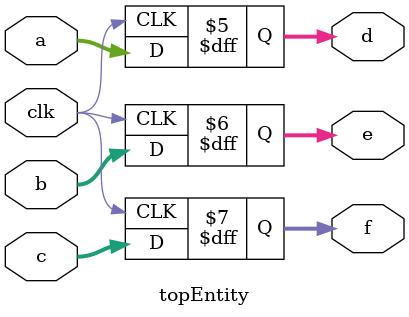
<source format=v>
module topEntity(clk, a, b, c, d, e, f);
   parameter width = 64;

   input clk;
   input [width - 1:0]	a;   
   input [width - 1:0]	b;
   input [width - 1:0] c;

   output reg [width - 1:0] d = 0;
   output reg [width - 1:0] e = 0;
   output reg [width - 1:0] f = 0;

   always@(posedge clk) begin
	  if (clk) begin
		 d = a;
		 e = b;
		 f = c;
	  end;
   end;

endmodule // topEntity

</source>
